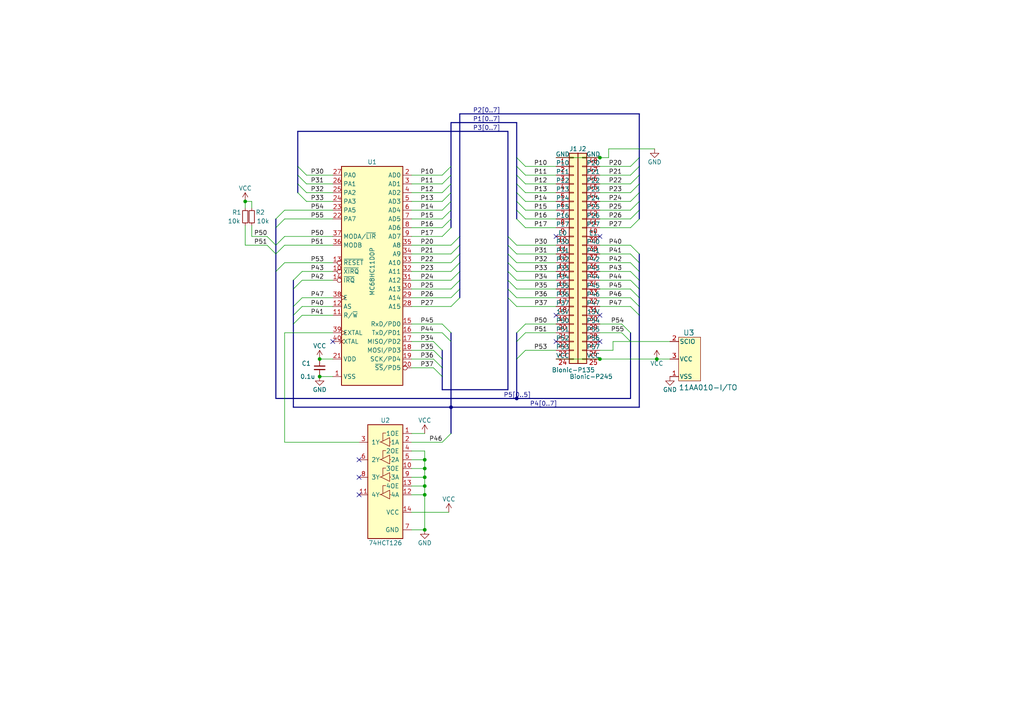
<source format=kicad_sch>
(kicad_sch (version 20230121) (generator eeschema)
  (paper "A4")
  (title_block (title "BionicMC68HC11D") (date "2022-01-18") (rev "3") (company "Tadashi G. Takaoka"))
  (lib_symbols
    (symbol "0-LocalLibrary:11AA010-I_TO" (pin_names (offset 0.254))
      (property "Reference" "U" (at 2.54 1.27 0))
      (property "Value" "11AA010-I/TO" (at 3.81 -13.97 0))
      (symbol "11AA010-I_TO_1_1"
        (rectangle (start 0 0) (end 6.35 -12.7) (fill (type background)))
        (pin power_in line (at -2.54 -11.43 0) (length 2.54) (name "VSS") (number "1"))
        (pin bidirectional line (at -2.54 -1.27 0) (length 2.54) (name "SCIO") (number "2"))
        (pin power_in line (at -2.54 -6.35 0) (length 2.54) (name "VCC") (number "3"))
      )
    )
    (symbol "0-LocalLibrary:74HCT126" (pin_names (offset 1.016))
      (property "Reference" "U" (at 0 16.51 0))
      (property "Value" "74HCT126" (at 0 -19.05 0))
      (symbol "74HCT126_0_1"
        (polyline (pts (xy -1.2954 10.2108) (xy -1.6002 10.2108)))
        (polyline (pts (xy 1.2954 10.2362) (xy 1.651 10.2362)))
        (polyline (pts (xy 0.7112 10.5664) (xy 0.7112 12.827) (xy -0.127 12.827) (xy -0.1016 12.827)))
      )
      (symbol "74HCT126_1_0"
        (polyline (pts (xy 1.27 10.2362) (xy -1.27 11.5062) (xy -1.27 8.9662) (xy 1.27 10.2362)) (stroke (width 0.1524)))
        (pin input line (at -7.62 12.7 0) (length 2.54) (name "1OE") (number "1"))
        (pin input line (at -7.62 2.54 0) (length 2.54) (name "3OE") (number "10"))
        (pin tri_state line (at 7.62 -5.08 180) (length 2.54) (name "4Y") (number "11"))
        (pin input line (at -7.62 -5.08 0) (length 2.54) (name "4A") (number "12"))
        (pin input line (at -7.62 -2.54 0) (length 2.54) (name "4OE") (number "13"))
        (pin power_in line (at -7.62 -10.16 0) (length 2.54) (name "VCC") (number "14"))
        (pin input line (at -7.62 10.16 0) (length 2.54) (name "1A") (number "2"))
        (pin tri_state line (at 7.62 10.16 180) (length 2.54) (name "1Y") (number "3"))
        (pin input line (at -7.62 7.62 0) (length 2.54) (name "2OE") (number "4"))
        (pin input line (at -7.62 5.08 0) (length 2.54) (name "2A") (number "5"))
        (pin tri_state line (at 7.62 5.08 180) (length 2.54) (name "2Y") (number "6"))
        (pin power_in line (at -7.62 -15.24 0) (length 2.54) (name "GND") (number "7"))
        (pin tri_state line (at 7.62 0 180) (length 2.54) (name "3Y") (number "8"))
        (pin input line (at -7.62 0 0) (length 2.54) (name "3A") (number "9"))
      )
      (symbol "74HCT126_1_1"
        (rectangle (start -5.08 15.24) (end 5.08 -17.78) (stroke (width 0.254)) (fill (type background)))
        (polyline (pts (xy -1.2954 -5.0292) (xy -1.6002 -5.0292)))
        (polyline (pts (xy -1.2954 0.0508) (xy -1.6002 0.0508)))
        (polyline (pts (xy -1.2954 5.1308) (xy -1.6002 5.1308)))
        (polyline (pts (xy 1.2954 -5.0038) (xy 1.651 -5.0038)))
        (polyline (pts (xy 1.2954 0.0762) (xy 1.651 0.0762)))
        (polyline (pts (xy 1.2954 5.1562) (xy 1.651 5.1562)))
        (polyline (pts (xy 0.7112 -4.6736) (xy 0.7112 -2.413) (xy -0.127 -2.413) (xy -0.1016 -2.413)))
        (polyline (pts (xy 0.7112 0.4064) (xy 0.7112 2.667) (xy -0.127 2.667) (xy -0.1016 2.667)))
        (polyline (pts (xy 0.7112 5.4864) (xy 0.7112 7.747) (xy -0.127 7.747) (xy -0.1016 7.747)))
        (polyline (pts (xy 1.27 -5.0038) (xy -1.27 -3.7338) (xy -1.27 -6.2738) (xy 1.27 -5.0038)) (stroke (width 0.1524)))
        (polyline (pts (xy 1.27 0.0762) (xy -1.27 1.3462) (xy -1.27 -1.1938) (xy 1.27 0.0762)) (stroke (width 0.1524)))
        (polyline (pts (xy 1.27 5.1562) (xy -1.27 6.4262) (xy -1.27 3.8862) (xy 1.27 5.1562)) (stroke (width 0.1524)))
      )
    )
    (symbol "0-LocalLibrary:Bionic-P135" (pin_names (offset 0))
      (property "Reference" "J" (at 0 30.48 0))
      (property "Value" "Bionic-P135" (at -1.27 -33.02 0))
      (symbol "Bionic-P135_1_1"
        (rectangle (start -1.27 -30.353) (end 0 -30.607) (stroke (width 0.1524)))
        (rectangle (start -1.27 -27.813) (end 0 -28.067) (stroke (width 0.1524)))
        (rectangle (start -1.27 -25.273) (end 0 -25.527) (stroke (width 0.1524)))
        (rectangle (start -1.27 -22.733) (end 0 -22.987) (stroke (width 0.1524)))
        (rectangle (start -1.27 -20.193) (end 0 -20.447) (stroke (width 0.1524)))
        (rectangle (start -1.27 -17.653) (end 0 -17.907) (stroke (width 0.1524)))
        (rectangle (start -1.27 -15.113) (end 0 -15.367) (stroke (width 0.1524)))
        (rectangle (start -1.27 -12.573) (end 0 -12.827) (stroke (width 0.1524)))
        (rectangle (start -1.27 -10.033) (end 0 -10.287) (stroke (width 0.1524)))
        (rectangle (start -1.27 -7.493) (end 0 -7.747) (stroke (width 0.1524)))
        (rectangle (start -1.27 -4.953) (end 0 -5.207) (stroke (width 0.1524)))
        (rectangle (start -1.27 -2.413) (end 0 -2.667) (stroke (width 0.1524)))
        (rectangle (start -1.27 0.127) (end 0 -0.127) (stroke (width 0.1524)))
        (rectangle (start -1.27 2.667) (end 0 2.413) (stroke (width 0.1524)))
        (rectangle (start -1.27 5.207) (end 0 4.953) (stroke (width 0.1524)))
        (rectangle (start -1.27 7.747) (end 0 7.493) (stroke (width 0.1524)))
        (rectangle (start -1.27 10.287) (end 0 10.033) (stroke (width 0.1524)))
        (rectangle (start -1.27 12.827) (end 0 12.573) (stroke (width 0.1524)))
        (rectangle (start -1.27 15.367) (end 0 15.113) (stroke (width 0.1524)))
        (rectangle (start -1.27 17.907) (end 0 17.653) (stroke (width 0.1524)))
        (rectangle (start -1.27 20.447) (end 0 20.193) (stroke (width 0.1524)))
        (rectangle (start -1.27 22.987) (end 0 22.733) (stroke (width 0.1524)))
        (rectangle (start -1.27 25.527) (end 0 25.273) (stroke (width 0.1524)))
        (rectangle (start -1.27 28.067) (end 0 27.813) (stroke (width 0.1524)))
        (rectangle (start -1.27 29.21) (end 1.27 -31.75) (stroke (width 0.254)) (fill (type background)))
        (pin power_out line (at -5.08 27.94 0) (length 3.81) (name "GND") (number "1"))
        (pin bidirectional line (at -5.08 5.08 0) (length 3.81) (name "E0") (number "10"))
        (pin bidirectional line (at -5.08 2.54 0) (length 3.81) (name "P30") (number "11"))
        (pin bidirectional line (at -5.08 0 0) (length 3.81) (name "P31") (number "12"))
        (pin bidirectional line (at -5.08 -2.54 0) (length 3.81) (name "P32") (number "13"))
        (pin bidirectional line (at -5.08 -5.08 0) (length 3.81) (name "P33") (number "14"))
        (pin bidirectional line (at -5.08 -7.62 0) (length 3.81) (name "P34") (number "15"))
        (pin bidirectional line (at -5.08 -10.16 0) (length 3.81) (name "P35") (number "16"))
        (pin bidirectional line (at -5.08 -12.7 0) (length 3.81) (name "P36") (number "17"))
        (pin bidirectional line (at -5.08 -15.24 0) (length 3.81) (name "P37") (number "18"))
        (pin power_out line (at -5.08 -17.78 0) (length 3.81) (name "15V") (number "19"))
        (pin bidirectional line (at -5.08 25.4 0) (length 3.81) (name "P10") (number "2"))
        (pin bidirectional line (at -5.08 -20.32 0) (length 3.81) (name "P50") (number "20"))
        (pin bidirectional line (at -5.08 -22.86 0) (length 3.81) (name "P51") (number "21"))
        (pin bidirectional line (at -5.08 -25.4 0) (length 3.81) (name "P52") (number "22"))
        (pin bidirectional line (at -5.08 -27.94 0) (length 3.81) (name "P53") (number "23"))
        (pin power_out line (at -5.08 -30.48 0) (length 3.81) (name "VCC") (number "24"))
        (pin bidirectional line (at -5.08 22.86 0) (length 3.81) (name "P11") (number "3"))
        (pin bidirectional line (at -5.08 20.32 0) (length 3.81) (name "P12") (number "4"))
        (pin bidirectional line (at -5.08 17.78 0) (length 3.81) (name "P13") (number "5"))
        (pin bidirectional line (at -5.08 15.24 0) (length 3.81) (name "P14") (number "6"))
        (pin bidirectional line (at -5.08 12.7 0) (length 3.81) (name "P15") (number "7"))
        (pin bidirectional line (at -5.08 10.16 0) (length 3.81) (name "P16") (number "8"))
        (pin bidirectional line (at -5.08 7.62 0) (length 3.81) (name "P17") (number "9"))
      )
    )
    (symbol "0-LocalLibrary:Bionic-P245" (pin_names (offset 0))
      (property "Reference" "J" (at -3.81 30.48 0))
      (property "Value" "Bionic-P245" (at -1.27 -33.02 0))
      (symbol "Bionic-P245_1_1"
        (rectangle (start -5.08 -31.75) (end -2.54 29.21) (stroke (width 0.254)) (fill (type background)))
        (rectangle (start -3.81 -30.607) (end -2.54 -30.353) (stroke (width 0.1524)))
        (rectangle (start -3.81 -28.067) (end -2.54 -27.813) (stroke (width 0.1524)))
        (rectangle (start -3.81 -25.527) (end -2.54 -25.273) (stroke (width 0.1524)))
        (rectangle (start -3.81 -22.987) (end -2.54 -22.733) (stroke (width 0.1524)))
        (rectangle (start -3.81 -20.447) (end -2.54 -20.193) (stroke (width 0.1524)))
        (rectangle (start -3.81 -17.907) (end -2.54 -17.653) (stroke (width 0.1524)))
        (rectangle (start -3.81 -15.367) (end -2.54 -15.113) (stroke (width 0.1524)))
        (rectangle (start -3.81 -12.827) (end -2.54 -12.573) (stroke (width 0.1524)))
        (rectangle (start -3.81 -10.287) (end -2.54 -10.033) (stroke (width 0.1524)))
        (rectangle (start -3.81 -7.747) (end -2.54 -7.493) (stroke (width 0.1524)))
        (rectangle (start -3.81 -5.207) (end -2.54 -4.953) (stroke (width 0.1524)))
        (rectangle (start -3.81 -2.667) (end -2.54 -2.413) (stroke (width 0.1524)))
        (rectangle (start -3.81 -0.127) (end -2.54 0.127) (stroke (width 0.1524)))
        (rectangle (start -3.81 2.413) (end -2.54 2.667) (stroke (width 0.1524)))
        (rectangle (start -3.81 4.953) (end -2.54 5.207) (stroke (width 0.1524)))
        (rectangle (start -3.81 7.493) (end -2.54 7.747) (stroke (width 0.1524)))
        (rectangle (start -3.81 10.033) (end -2.54 10.287) (stroke (width 0.1524)))
        (rectangle (start -3.81 12.573) (end -2.54 12.827) (stroke (width 0.1524)))
        (rectangle (start -3.81 15.113) (end -2.54 15.367) (stroke (width 0.1524)))
        (rectangle (start -3.81 17.653) (end -2.54 17.907) (stroke (width 0.1524)))
        (rectangle (start -3.81 20.193) (end -2.54 20.447) (stroke (width 0.1524)))
        (rectangle (start -3.81 22.733) (end -2.54 22.987) (stroke (width 0.1524)))
        (rectangle (start -3.81 25.273) (end -2.54 25.527) (stroke (width 0.1524)))
        (rectangle (start -3.81 27.813) (end -2.54 28.067) (stroke (width 0.1524)))
        (pin power_in line (at 1.27 -30.48 180) (length 3.81) (name "VCC") (number "25"))
        (pin bidirectional line (at 1.27 -27.94 180) (length 3.81) (name "P57") (number "26"))
        (pin bidirectional line (at 1.27 -25.4 180) (length 3.81) (name "P56") (number "27"))
        (pin bidirectional line (at 1.27 -22.86 180) (length 3.81) (name "P55") (number "28"))
        (pin bidirectional line (at 1.27 -20.32 180) (length 3.81) (name "P54") (number "29"))
        (pin power_in line (at 1.27 -17.78 180) (length 3.81) (name "15V") (number "30"))
        (pin bidirectional line (at 1.27 -15.24 180) (length 3.81) (name "P47") (number "31"))
        (pin bidirectional line (at 1.27 -12.7 180) (length 3.81) (name "P46") (number "32"))
        (pin bidirectional line (at 1.27 -10.16 180) (length 3.81) (name "P45") (number "33"))
        (pin bidirectional line (at 1.27 -7.62 180) (length 3.81) (name "P44") (number "34"))
        (pin bidirectional line (at 1.27 -5.08 180) (length 3.81) (name "P43") (number "35"))
        (pin bidirectional line (at 1.27 -2.54 180) (length 3.81) (name "P42") (number "36"))
        (pin bidirectional line (at 1.27 0 180) (length 3.81) (name "P41") (number "37"))
        (pin bidirectional line (at 1.27 2.54 180) (length 3.81) (name "P40") (number "38"))
        (pin bidirectional line (at 1.27 5.08 180) (length 3.81) (name "E1") (number "39"))
        (pin bidirectional line (at 1.27 7.62 180) (length 3.81) (name "P27") (number "40"))
        (pin bidirectional line (at 1.27 10.16 180) (length 3.81) (name "P26") (number "41"))
        (pin bidirectional line (at 1.27 12.7 180) (length 3.81) (name "P25") (number "42"))
        (pin bidirectional line (at 1.27 15.24 180) (length 3.81) (name "P24") (number "43"))
        (pin bidirectional line (at 1.27 17.78 180) (length 3.81) (name "P23") (number "44"))
        (pin bidirectional line (at 1.27 20.32 180) (length 3.81) (name "P22") (number "45"))
        (pin bidirectional line (at 1.27 22.86 180) (length 3.81) (name "P21") (number "46"))
        (pin bidirectional line (at 1.27 25.4 180) (length 3.81) (name "P20") (number "47"))
        (pin power_in line (at 1.27 27.94 180) (length 3.81) (name "GND") (number "48"))
      )
    )
    (symbol "0-LocalLibrary:MC68HC11D0P"
      (property "Reference" "U" (at -1.27 31.75 0))
      (property "Value" "MC68HC11D0P" (at 0 -8.89 90))
      (symbol "MC68HC11D0P_0_1"
        (rectangle (start -8.89 -33.02) (end 8.89 30.48) (stroke (width 0.254)) (fill (type background)))
      )
      (symbol "MC68HC11D0P_1_1"
        (pin power_in line (at -11.43 -30.48 0) (length 2.54) (name "VSS") (number "1"))
        (pin input inverted (at -11.43 0 0) (length 2.54) (name "~{XIRQ}") (number "10"))
        (pin output line (at -11.43 -12.7 0) (length 2.54) (name "R/~{W}") (number "11"))
        (pin output line (at -11.43 -10.16 0) (length 2.54) (name "AS") (number "12"))
        (pin bidirectional inverted (at -11.43 2.54 0) (length 2.54) (name "~{RESET}") (number "13"))
        (pin input inverted (at -11.43 -2.54 0) (length 2.54) (name "~{IRQ}") (number "14"))
        (pin input line (at 11.43 -15.24 180) (length 2.54) (name "RxD/PD0") (number "15"))
        (pin output line (at 11.43 -17.78 180) (length 2.54) (name "TxD/PD1") (number "16"))
        (pin input line (at 11.43 -20.32 180) (length 2.54) (name "MISO/PD2") (number "17"))
        (pin output line (at 11.43 -22.86 180) (length 2.54) (name "MOSI/PD3") (number "18"))
        (pin output line (at 11.43 -25.4 180) (length 2.54) (name "SCK/PD4") (number "19"))
        (pin bidirectional line (at 11.43 27.94 180) (length 2.54) (name "AD0") (number "2"))
        (pin output inverted (at 11.43 -27.94 180) (length 2.54) (name "~{SS}/PD5") (number "20"))
        (pin power_in line (at -11.43 -25.4 0) (length 2.54) (name "VDD") (number "21"))
        (pin bidirectional line (at -11.43 15.24 0) (length 2.54) (name "PA7") (number "22"))
        (pin bidirectional line (at -11.43 17.78 0) (length 2.54) (name "PA5") (number "23"))
        (pin bidirectional line (at -11.43 20.32 0) (length 2.54) (name "PA3") (number "24"))
        (pin bidirectional line (at -11.43 22.86 0) (length 2.54) (name "PA2") (number "25"))
        (pin bidirectional line (at -11.43 25.4 0) (length 2.54) (name "PA1") (number "26"))
        (pin bidirectional line (at -11.43 27.94 0) (length 2.54) (name "PA0") (number "27"))
        (pin output line (at 11.43 -10.16 180) (length 2.54) (name "A15") (number "28"))
        (pin output line (at 11.43 -7.62 180) (length 2.54) (name "A14") (number "29"))
        (pin bidirectional line (at 11.43 25.4 180) (length 2.54) (name "AD1") (number "3"))
        (pin output line (at 11.43 -5.08 180) (length 2.54) (name "A13") (number "30"))
        (pin output line (at 11.43 -2.54 180) (length 2.54) (name "A12") (number "31"))
        (pin output line (at 11.43 0 180) (length 2.54) (name "A11") (number "32"))
        (pin output line (at 11.43 2.54 180) (length 2.54) (name "A10") (number "33"))
        (pin output line (at 11.43 5.08 180) (length 2.54) (name "A9") (number "34"))
        (pin output line (at 11.43 7.62 180) (length 2.54) (name "A8") (number "35"))
        (pin input line (at -11.43 7.62 0) (length 2.54) (name "MODB") (number "36"))
        (pin bidirectional line (at -11.43 10.16 0) (length 2.54) (name "MODA/~{LIR}") (number "37"))
        (pin output clock (at -11.43 -7.62 0) (length 2.54) (name "E") (number "38"))
        (pin input clock (at -11.43 -17.78 0) (length 2.54) (name "EXTAL") (number "39"))
        (pin bidirectional line (at 11.43 22.86 180) (length 2.54) (name "AD2") (number "4"))
        (pin output non_logic (at -11.43 -20.32 0) (length 2.54) (name "XTAL") (number "40"))
        (pin bidirectional line (at 11.43 20.32 180) (length 2.54) (name "AD3") (number "5"))
        (pin bidirectional line (at 11.43 17.78 180) (length 2.54) (name "AD4") (number "6"))
        (pin bidirectional line (at 11.43 15.24 180) (length 2.54) (name "AD5") (number "7"))
        (pin bidirectional line (at 11.43 12.7 180) (length 2.54) (name "AD6") (number "8"))
        (pin bidirectional line (at 11.43 10.16 180) (length 2.54) (name "AD7") (number "9"))
      )
    )
    (symbol "Device:C_Small" (pin_numbers hide) (pin_names (offset 0.254) hide)
      (property "Reference" "C" (at 0.254 1.778 0))
      (property "Value" "C_Small" (at 0.254 -2.032 0))
      (symbol "C_Small_0_1"
        (polyline (pts (xy -1.524 -0.508) (xy 1.524 -0.508)) (stroke (width 0.3302)))
        (polyline (pts (xy -1.524 0.508) (xy 1.524 0.508)) (stroke (width 0.3048)))
      )
      (symbol "C_Small_1_1"
        (pin passive line (at 0 2.54 270) (length 2.032) (name "~") (number "1"))
        (pin passive line (at 0 -2.54 90) (length 2.032) (name "~") (number "2"))
      )
    )
    (symbol "Device:R_Small" (pin_numbers hide) (pin_names (offset 0.254) hide)
      (property "Reference" "R" (at 0.762 0.508 0))
      (property "Value" "R_Small" (at 0.762 -1.016 0))
      (symbol "R_Small_0_1"
        (rectangle (start -0.762 1.778) (end 0.762 -1.778) (stroke (width 0.2032)))
      )
      (symbol "R_Small_1_1"
        (pin passive line (at 0 2.54 270) (length 0.762) (name "~") (number "1"))
        (pin passive line (at 0 -2.54 90) (length 0.762) (name "~") (number "2"))
      )
    )
    (symbol "power:GND" (power) (pin_names (offset 0))
      (property "Value" "GND" (at 0 -3.81 0))
      (symbol "GND_0_1"
        (polyline (pts (xy 0 0) (xy 0 -1.27) (xy 1.27 -1.27) (xy 0 -2.54) (xy -1.27 -1.27) (xy 0 -1.27)))
      )
      (symbol "GND_1_1"
        (pin power_in line (at 0 0 270) (length 0) hide (name "GND") (number "1"))
      )
    )
    (symbol "power:VCC" (power) (pin_names (offset 0))
      (property "Value" "VCC" (at 0 3.81 0))
      (symbol "VCC_0_1"
        (polyline (pts (xy -0.762 1.27) (xy 0 2.54)))
        (polyline (pts (xy 0 0) (xy 0 2.54)))
        (polyline (pts (xy 0 2.54) (xy 0.762 1.27)))
      )
      (symbol "VCC_1_1"
        (pin power_in line (at 0 0 90) (length 0) hide (name "VCC") (number "1"))
      )
    )
  )
  (junction (at 92.71 109.22))
  (junction (at 92.71 104.14))
  (junction (at 123.19 143.51))
  (junction (at 71.12 58.42))
  (junction (at 123.19 140.97))
  (junction (at 123.19 138.43))
  (junction (at 123.19 153.67))
  (junction (at 190.5 104.14))
  (junction (at 123.19 133.35))
  (junction (at 173.99 45.72))
  (junction (at 123.19 135.89))
  (junction (at 149.86 115.57))
  (junction (at 173.99 104.14))
  (junction (at 130.81 118.11))
  (no_connect (at 96.52 99.06))
  (no_connect (at 104.14 143.51))
  (no_connect (at 161.29 99.06))
  (no_connect (at 161.29 68.58))
  (no_connect (at 104.14 138.43))
  (no_connect (at 104.14 133.35))
  (no_connect (at 173.99 68.58))
  (no_connect (at 173.99 91.44))
  (no_connect (at 173.99 99.06))
  (no_connect (at 161.29 91.44))
  (bus_entry (at 128.27 60.96) (size 2.54 -2.54))
  (bus_entry (at 185.42 63.5) (size -2.54 2.54))
  (bus_entry (at 128.27 53.34) (size 2.54 -2.54))
  (bus_entry (at 182.88 86.36) (size 2.54 2.54))
  (bus_entry (at 128.27 68.58) (size 2.54 -2.54))
  (bus_entry (at 152.4 58.42) (size -2.54 -2.54))
  (bus_entry (at 85.09 91.44) (size 2.54 -2.54))
  (bus_entry (at 152.4 101.6) (size -2.54 2.54))
  (bus_entry (at 185.42 45.72) (size -2.54 2.54))
  (bus_entry (at 133.35 81.28) (size -2.54 2.54))
  (bus_entry (at 147.32 68.58) (size 2.54 2.54))
  (bus_entry (at 85.09 81.28) (size 2.54 -2.54))
  (bus_entry (at 125.73 106.68) (size 2.54 2.54))
  (bus_entry (at 180.34 96.52) (size 2.54 2.54))
  (bus_entry (at 128.27 55.88) (size 2.54 -2.54))
  (bus_entry (at 133.35 78.74) (size -2.54 2.54))
  (bus_entry (at 86.36 48.26) (size 2.54 2.54))
  (bus_entry (at 152.4 93.98) (size -2.54 2.54))
  (bus_entry (at 182.88 76.2) (size 2.54 2.54))
  (bus_entry (at 86.36 55.88) (size 2.54 2.54))
  (bus_entry (at 147.32 71.12) (size 2.54 2.54))
  (bus_entry (at 80.01 73.66) (size 2.54 -2.54))
  (bus_entry (at 182.88 78.74) (size 2.54 2.54))
  (bus_entry (at 125.73 104.14) (size 2.54 2.54))
  (bus_entry (at 133.35 68.58) (size -2.54 2.54))
  (bus_entry (at 147.32 86.36) (size 2.54 2.54))
  (bus_entry (at 82.55 60.96) (size -2.54 2.54))
  (bus_entry (at 86.36 53.34) (size 2.54 2.54))
  (bus_entry (at 180.34 93.98) (size 2.54 2.54))
  (bus_entry (at 85.09 83.82) (size 2.54 -2.54))
  (bus_entry (at 147.32 78.74) (size 2.54 2.54))
  (bus_entry (at 152.4 48.26) (size -2.54 -2.54))
  (bus_entry (at 182.88 81.28) (size 2.54 2.54))
  (bus_entry (at 152.4 53.34) (size -2.54 -2.54))
  (bus_entry (at 130.81 125.73) (size -2.54 2.54))
  (bus_entry (at 133.35 83.82) (size -2.54 2.54))
  (bus_entry (at 152.4 55.88) (size -2.54 -2.54))
  (bus_entry (at 147.32 73.66) (size 2.54 2.54))
  (bus_entry (at 128.27 96.52) (size 2.54 2.54))
  (bus_entry (at 182.88 71.12) (size 2.54 2.54))
  (bus_entry (at 152.4 60.96) (size -2.54 -2.54))
  (bus_entry (at 85.09 93.98) (size 2.54 -2.54))
  (bus_entry (at 185.42 50.8) (size -2.54 2.54))
  (bus_entry (at 86.36 50.8) (size 2.54 2.54))
  (bus_entry (at 125.73 101.6) (size 2.54 2.54))
  (bus_entry (at 80.01 78.74) (size 2.54 -2.54))
  (bus_entry (at 182.88 88.9) (size 2.54 2.54))
  (bus_entry (at 77.47 68.58) (size 2.54 2.54))
  (bus_entry (at 133.35 71.12) (size -2.54 2.54))
  (bus_entry (at 128.27 63.5) (size 2.54 -2.54))
  (bus_entry (at 80.01 71.12) (size 2.54 -2.54))
  (bus_entry (at 152.4 66.04) (size -2.54 -2.54))
  (bus_entry (at 152.4 63.5) (size -2.54 -2.54))
  (bus_entry (at 128.27 66.04) (size 2.54 -2.54))
  (bus_entry (at 182.88 83.82) (size 2.54 2.54))
  (bus_entry (at 182.88 73.66) (size 2.54 2.54))
  (bus_entry (at 133.35 86.36) (size -2.54 2.54))
  (bus_entry (at 128.27 50.8) (size 2.54 -2.54))
  (bus_entry (at 82.55 63.5) (size -2.54 2.54))
  (bus_entry (at 133.35 73.66) (size -2.54 2.54))
  (bus_entry (at 77.47 71.12) (size 2.54 2.54))
  (bus_entry (at 125.73 99.06) (size 2.54 2.54))
  (bus_entry (at 152.4 50.8) (size -2.54 -2.54))
  (bus_entry (at 85.09 88.9) (size 2.54 -2.54))
  (bus_entry (at 133.35 76.2) (size -2.54 2.54))
  (bus_entry (at 185.42 58.42) (size -2.54 2.54))
  (bus_entry (at 185.42 53.34) (size -2.54 2.54))
  (bus_entry (at 185.42 55.88) (size -2.54 2.54))
  (bus_entry (at 147.32 83.82) (size 2.54 2.54))
  (bus_entry (at 128.27 93.98) (size 2.54 2.54))
  (bus_entry (at 128.27 58.42) (size 2.54 -2.54))
  (bus_entry (at 147.32 76.2) (size 2.54 2.54))
  (bus_entry (at 152.4 96.52) (size -2.54 2.54))
  (bus_entry (at 185.42 60.96) (size -2.54 2.54))
  (bus_entry (at 147.32 81.28) (size 2.54 2.54))
  (bus_entry (at 185.42 48.26) (size -2.54 2.54))
  (bus (pts (xy 185.42 81.28) (xy 185.42 83.82)))
  (bus (pts (xy 86.36 38.1) (xy 86.36 48.26)))
  (wire (pts (xy 119.38 71.12) (xy 130.81 71.12)))
  (bus (pts (xy 185.42 50.8) (xy 185.42 53.34)))
  (bus (pts (xy 149.86 58.42) (xy 149.86 60.96)))
  (bus (pts (xy 185.42 83.82) (xy 185.42 86.36)))
  (wire (pts (xy 161.29 93.98) (xy 152.4 93.98)))
  (wire (pts (xy 119.38 143.51) (xy 123.19 143.51)))
  (bus (pts (xy 80.01 78.74) (xy 80.01 115.57)))
  (wire (pts (xy 173.99 78.74) (xy 182.88 78.74)))
  (wire (pts (xy 173.99 50.8) (xy 182.88 50.8)))
  (wire (pts (xy 82.55 71.12) (xy 96.52 71.12)))
  (wire (pts (xy 161.29 55.88) (xy 152.4 55.88)))
  (wire (pts (xy 177.8 101.6) (xy 177.8 99.06)))
  (wire (pts (xy 176.53 45.72) (xy 176.53 43.18)))
  (bus (pts (xy 130.81 48.26) (xy 130.81 50.8)))
  (wire (pts (xy 71.12 58.42) (xy 73.025 58.42)))
  (wire (pts (xy 119.38 96.52) (xy 128.27 96.52)))
  (bus (pts (xy 128.27 109.22) (xy 128.27 113.03)))
  (bus (pts (xy 130.81 63.5) (xy 130.81 66.04)))
  (wire (pts (xy 161.29 58.42) (xy 152.4 58.42)))
  (wire (pts (xy 82.55 63.5) (xy 96.52 63.5)))
  (bus (pts (xy 130.81 55.88) (xy 130.81 58.42)))
  (wire (pts (xy 119.38 86.36) (xy 130.81 86.36)))
  (wire (pts (xy 119.38 55.88) (xy 128.27 55.88)))
  (bus (pts (xy 182.88 99.06) (xy 182.88 115.57)))
  (wire (pts (xy 87.63 88.9) (xy 96.52 88.9)))
  (bus (pts (xy 128.27 104.14) (xy 128.27 106.68)))
  (wire (pts (xy 173.99 73.66) (xy 182.88 73.66)))
  (bus (pts (xy 149.86 55.88) (xy 149.86 58.42)))
  (bus (pts (xy 130.81 58.42) (xy 130.81 60.96)))
  (wire (pts (xy 173.99 53.34) (xy 182.88 53.34)))
  (wire (pts (xy 123.19 143.51) (xy 123.19 153.67)))
  (bus (pts (xy 185.42 58.42) (xy 185.42 60.96)))
  (wire (pts (xy 123.19 135.89) (xy 123.19 138.43)))
  (bus (pts (xy 185.42 48.26) (xy 185.42 50.8)))
  (bus (pts (xy 133.35 71.12) (xy 133.35 73.66)))
  (bus (pts (xy 86.36 50.8) (xy 86.36 53.34)))
  (wire (pts (xy 173.99 101.6) (xy 177.8 101.6)))
  (wire (pts (xy 173.99 66.04) (xy 182.88 66.04)))
  (wire (pts (xy 161.29 66.04) (xy 152.4 66.04)))
  (wire (pts (xy 119.38 125.73) (xy 123.19 125.73)))
  (wire (pts (xy 173.99 93.98) (xy 180.34 93.98)))
  (wire (pts (xy 161.29 63.5) (xy 152.4 63.5)))
  (wire (pts (xy 161.29 50.8) (xy 152.4 50.8)))
  (bus (pts (xy 185.42 118.11) (xy 130.81 118.11)))
  (bus (pts (xy 149.86 96.52) (xy 149.86 99.06)))
  (bus (pts (xy 80.01 73.66) (xy 80.01 78.74)))
  (wire (pts (xy 190.5 104.14) (xy 194.31 104.14)))
  (bus (pts (xy 147.32 38.1) (xy 86.36 38.1)))
  (bus (pts (xy 80.01 115.57) (xy 149.86 115.57)))
  (wire (pts (xy 87.63 86.36) (xy 96.52 86.36)))
  (wire (pts (xy 119.38 88.9) (xy 130.81 88.9)))
  (wire (pts (xy 161.29 96.52) (xy 152.4 96.52)))
  (wire (pts (xy 82.55 76.2) (xy 96.52 76.2)))
  (bus (pts (xy 147.32 86.36) (xy 147.32 83.82)))
  (wire (pts (xy 173.99 83.82) (xy 182.88 83.82)))
  (wire (pts (xy 82.55 68.58) (xy 96.52 68.58)))
  (bus (pts (xy 86.36 48.26) (xy 86.36 50.8)))
  (wire (pts (xy 161.29 48.26) (xy 152.4 48.26)))
  (bus (pts (xy 80.01 63.5) (xy 80.01 66.04)))
  (wire (pts (xy 119.38 66.04) (xy 128.27 66.04)))
  (wire (pts (xy 119.38 99.06) (xy 125.73 99.06)))
  (bus (pts (xy 133.35 33.02) (xy 133.35 68.58)))
  (bus (pts (xy 133.35 81.28) (xy 133.35 83.82)))
  (bus (pts (xy 80.01 66.04) (xy 80.01 71.12)))
  (bus (pts (xy 149.86 45.72) (xy 149.86 48.26)))
  (wire (pts (xy 87.63 81.28) (xy 96.52 81.28)))
  (bus (pts (xy 185.42 91.44) (xy 185.42 118.11)))
  (bus (pts (xy 147.32 76.2) (xy 147.32 73.66)))
  (wire (pts (xy 119.38 101.6) (xy 125.73 101.6)))
  (bus (pts (xy 182.88 115.57) (xy 149.86 115.57)))
  (bus (pts (xy 182.88 96.52) (xy 182.88 99.06)))
  (wire (pts (xy 123.19 133.35) (xy 123.19 135.89)))
  (bus (pts (xy 85.09 88.9) (xy 85.09 91.44)))
  (wire (pts (xy 149.86 88.9) (xy 161.29 88.9)))
  (wire (pts (xy 173.99 86.36) (xy 182.88 86.36)))
  (bus (pts (xy 147.32 68.58) (xy 147.32 38.1)))
  (bus (pts (xy 149.86 99.06) (xy 149.86 104.14)))
  (wire (pts (xy 119.38 106.68) (xy 125.73 106.68)))
  (bus (pts (xy 185.42 60.96) (xy 185.42 63.5)))
  (bus (pts (xy 80.01 71.12) (xy 80.01 73.66)))
  (wire (pts (xy 176.53 43.18) (xy 189.865 43.18)))
  (bus (pts (xy 185.42 76.2) (xy 185.42 78.74)))
  (wire (pts (xy 152.4 101.6) (xy 161.29 101.6)))
  (wire (pts (xy 149.86 73.66) (xy 161.29 73.66)))
  (bus (pts (xy 147.32 81.28) (xy 147.32 78.74)))
  (bus (pts (xy 147.32 78.74) (xy 147.32 76.2)))
  (wire (pts (xy 119.38 63.5) (xy 128.27 63.5)))
  (wire (pts (xy 92.71 104.14) (xy 96.52 104.14)))
  (wire (pts (xy 71.12 60.325) (xy 71.12 58.42)))
  (wire (pts (xy 119.38 81.28) (xy 130.81 81.28)))
  (wire (pts (xy 71.12 65.405) (xy 71.12 71.12)))
  (wire (pts (xy 123.19 140.97) (xy 123.19 143.51)))
  (wire (pts (xy 119.38 68.58) (xy 128.27 68.58)))
  (wire (pts (xy 73.025 65.405) (xy 73.025 68.58)))
  (bus (pts (xy 130.81 35.56) (xy 130.81 48.26)))
  (wire (pts (xy 149.86 78.74) (xy 161.29 78.74)))
  (wire (pts (xy 173.99 48.26) (xy 182.88 48.26)))
  (wire (pts (xy 119.38 53.34) (xy 128.27 53.34)))
  (wire (pts (xy 82.55 96.52) (xy 82.55 128.27)))
  (wire (pts (xy 149.86 86.36) (xy 161.29 86.36)))
  (wire (pts (xy 88.9 58.42) (xy 96.52 58.42)))
  (wire (pts (xy 88.9 53.34) (xy 96.52 53.34)))
  (bus (pts (xy 149.86 48.26) (xy 149.86 50.8)))
  (wire (pts (xy 173.99 63.5) (xy 182.88 63.5)))
  (bus (pts (xy 147.32 71.12) (xy 147.32 68.58)))
  (bus (pts (xy 130.81 35.56) (xy 149.86 35.56)))
  (bus (pts (xy 86.36 53.34) (xy 86.36 55.88)))
  (wire (pts (xy 123.19 130.81) (xy 123.19 133.35)))
  (wire (pts (xy 173.99 60.96) (xy 182.88 60.96)))
  (bus (pts (xy 130.81 60.96) (xy 130.81 63.5)))
  (wire (pts (xy 71.12 71.12) (xy 77.47 71.12)))
  (wire (pts (xy 119.38 60.96) (xy 128.27 60.96)))
  (bus (pts (xy 130.81 96.52) (xy 130.81 99.06)))
  (bus (pts (xy 85.09 83.82) (xy 85.09 88.9)))
  (wire (pts (xy 149.86 71.12) (xy 161.29 71.12)))
  (bus (pts (xy 185.42 88.9) (xy 185.42 91.44)))
  (wire (pts (xy 87.63 78.74) (xy 96.52 78.74)))
  (bus (pts (xy 147.32 73.66) (xy 147.32 71.12)))
  (wire (pts (xy 119.38 58.42) (xy 128.27 58.42)))
  (wire (pts (xy 119.38 50.8) (xy 128.27 50.8)))
  (wire (pts (xy 149.86 76.2) (xy 161.29 76.2)))
  (bus (pts (xy 130.81 99.06) (xy 130.81 118.11)))
  (wire (pts (xy 82.55 128.27) (xy 104.14 128.27)))
  (wire (pts (xy 182.88 99.06) (xy 194.31 99.06)))
  (bus (pts (xy 185.42 55.88) (xy 185.42 58.42)))
  (wire (pts (xy 161.29 45.72) (xy 173.99 45.72)))
  (wire (pts (xy 161.29 53.34) (xy 152.4 53.34)))
  (wire (pts (xy 119.38 83.82) (xy 130.81 83.82)))
  (wire (pts (xy 119.38 73.66) (xy 130.81 73.66)))
  (bus (pts (xy 133.35 76.2) (xy 133.35 78.74)))
  (wire (pts (xy 173.99 81.28) (xy 182.88 81.28)))
  (wire (pts (xy 88.9 55.88) (xy 96.52 55.88)))
  (wire (pts (xy 119.38 104.14) (xy 125.73 104.14)))
  (wire (pts (xy 88.9 50.8) (xy 96.52 50.8)))
  (bus (pts (xy 85.09 93.98) (xy 85.09 118.11)))
  (bus (pts (xy 133.35 83.82) (xy 133.35 86.36)))
  (wire (pts (xy 173.99 45.72) (xy 176.53 45.72)))
  (bus (pts (xy 128.27 106.68) (xy 128.27 109.22)))
  (bus (pts (xy 185.42 73.66) (xy 185.42 76.2)))
  (wire (pts (xy 92.71 109.22) (xy 96.52 109.22)))
  (bus (pts (xy 85.09 81.28) (xy 85.09 83.82)))
  (bus (pts (xy 147.32 83.82) (xy 147.32 81.28)))
  (wire (pts (xy 161.29 60.96) (xy 152.4 60.96)))
  (bus (pts (xy 185.42 33.02) (xy 185.42 45.72)))
  (wire (pts (xy 123.19 138.43) (xy 123.19 140.97)))
  (bus (pts (xy 130.81 118.11) (xy 85.09 118.11)))
  (wire (pts (xy 173.99 96.52) (xy 180.34 96.52)))
  (wire (pts (xy 73.025 68.58) (xy 77.47 68.58)))
  (wire (pts (xy 73.025 58.42) (xy 73.025 60.325)))
  (bus (pts (xy 130.81 53.34) (xy 130.81 55.88)))
  (wire (pts (xy 119.38 135.89) (xy 123.19 135.89)))
  (bus (pts (xy 128.27 101.6) (xy 128.27 104.14)))
  (wire (pts (xy 119.38 148.59) (xy 130.175 148.59)))
  (wire (pts (xy 173.99 76.2) (xy 182.88 76.2)))
  (wire (pts (xy 173.99 71.12) (xy 182.88 71.12)))
  (bus (pts (xy 149.86 53.34) (xy 149.86 55.88)))
  (bus (pts (xy 149.86 35.56) (xy 149.86 45.72)))
  (wire (pts (xy 177.8 99.06) (xy 182.88 99.06)))
  (bus (pts (xy 133.35 68.58) (xy 133.35 71.12)))
  (bus (pts (xy 133.35 78.74) (xy 133.35 81.28)))
  (bus (pts (xy 185.42 86.36) (xy 185.42 88.9)))
  (wire (pts (xy 173.99 58.42) (xy 182.88 58.42)))
  (wire (pts (xy 173.99 55.88) (xy 182.88 55.88)))
  (bus (pts (xy 185.42 45.72) (xy 185.42 48.26)))
  (bus (pts (xy 185.42 78.74) (xy 185.42 81.28)))
  (wire (pts (xy 149.86 81.28) (xy 161.29 81.28)))
  (wire (pts (xy 161.29 104.14) (xy 173.99 104.14)))
  (bus (pts (xy 149.86 50.8) (xy 149.86 53.34)))
  (bus (pts (xy 185.42 53.34) (xy 185.42 55.88)))
  (wire (pts (xy 119.38 133.35) (xy 123.19 133.35)))
  (bus (pts (xy 133.35 33.02) (xy 185.42 33.02)))
  (wire (pts (xy 123.19 153.67) (xy 119.38 153.67)))
  (bus (pts (xy 130.81 118.11) (xy 130.81 125.73)))
  (wire (pts (xy 82.55 96.52) (xy 96.52 96.52)))
  (bus (pts (xy 85.09 91.44) (xy 85.09 93.98)))
  (wire (pts (xy 119.38 130.81) (xy 123.19 130.81)))
  (bus (pts (xy 147.32 113.03) (xy 147.32 86.36)))
  (wire (pts (xy 119.38 93.98) (xy 128.27 93.98)))
  (wire (pts (xy 82.55 60.96) (xy 96.52 60.96)))
  (wire (pts (xy 173.99 104.14) (xy 190.5 104.14)))
  (wire (pts (xy 119.38 138.43) (xy 123.19 138.43)))
  (wire (pts (xy 119.38 140.97) (xy 123.19 140.97)))
  (wire (pts (xy 119.38 76.2) (xy 130.81 76.2)))
  (bus (pts (xy 128.27 113.03) (xy 147.32 113.03)))
  (wire (pts (xy 119.38 78.74) (xy 130.81 78.74)))
  (wire (pts (xy 87.63 91.44) (xy 96.52 91.44)))
  (wire (pts (xy 149.86 83.82) (xy 161.29 83.82)))
  (wire (pts (xy 119.38 128.27) (xy 128.27 128.27)))
  (bus (pts (xy 130.81 50.8) (xy 130.81 53.34)))
  (bus (pts (xy 133.35 73.66) (xy 133.35 76.2)))
  (bus (pts (xy 149.86 104.14) (xy 149.86 115.57)))
  (wire (pts (xy 173.99 88.9) (xy 182.88 88.9)))
  (bus (pts (xy 149.86 60.96) (xy 149.86 63.5)))
  (label "P30" (at 93.98 50.8 180))
  (label "P47" (at 93.98 86.36 180))
  (label "P24" (at 121.92 81.28 0))
  (label "P41" (at 176.53 73.66 0))
  (label "P5[0..5]" (at 146.05 115.57 0))
  (label "P15" (at 121.92 63.5 0))
  (label "P42" (at 176.53 76.2 0))
  (label "P37" (at 121.92 106.68 0))
  (label "P45" (at 176.53 83.82 0))
  (label "P3[0..7]" (at 137.16 38.1 0))
  (label "P37" (at 154.94 88.9 0))
  (label "P27" (at 121.92 88.9 0))
  (label "P40" (at 176.53 71.12 0))
  (label "P26" (at 121.92 86.36 0))
  (label "P10" (at 158.75 48.26 180))
  (label "P34" (at 154.94 81.28 0))
  (label "P14" (at 158.75 58.42 180))
  (label "P14" (at 121.92 60.96 0))
  (label "P11" (at 121.92 53.34 0))
  (label "P21" (at 176.53 50.8 0))
  (label "P12" (at 121.92 55.88 0))
  (label "P13" (at 121.92 58.42 0))
  (label "P25" (at 121.92 83.82 0))
  (label "P26" (at 176.53 63.5 0))
  (label "P24" (at 176.53 58.42 0))
  (label "P46" (at 124.46 128.27 0))
  (label "P21" (at 121.92 73.66 0))
  (label "P33" (at 93.98 58.42 180))
  (label "P53" (at 158.75 101.6 180))
  (label "P1[0..7]" (at 137.16 35.56 0))
  (label "P15" (at 158.75 60.96 180))
  (label "P32" (at 93.98 55.88 180))
  (label "P45" (at 121.92 93.98 0))
  (label "P13" (at 158.75 55.88 180))
  (label "P30" (at 154.94 71.12 0))
  (label "P23" (at 121.92 78.74 0))
  (label "P17" (at 121.92 68.58 0))
  (label "P47" (at 176.53 88.9 0))
  (label "P54" (at 93.98 60.96 180))
  (label "P50" (at 158.75 93.98 180))
  (label "P4[0..7]" (at 153.67 118.11 0))
  (label "P17" (at 158.75 66.04 180))
  (label "P40" (at 93.98 88.9 180))
  (label "P27" (at 176.53 66.04 0))
  (label "P33" (at 154.94 78.74 0))
  (label "P31" (at 93.98 53.34 180))
  (label "P53" (at 93.98 76.2 180))
  (label "P16" (at 121.92 66.04 0))
  (label "P50" (at 73.66 68.58 0))
  (label "P31" (at 154.94 73.66 0))
  (label "P23" (at 176.53 55.88 0))
  (label "P51" (at 93.98 71.12 180))
  (label "P25" (at 176.53 60.96 0))
  (label "P22" (at 121.92 76.2 0))
  (label "P36" (at 121.92 104.14 0))
  (label "P16" (at 158.75 63.5 180))
  (label "P42" (at 93.98 81.28 180))
  (label "P55" (at 93.98 63.5 180))
  (label "P44" (at 121.92 96.52 0))
  (label "P10" (at 121.92 50.8 0))
  (label "P44" (at 176.53 81.28 0))
  (label "P20" (at 176.53 48.26 0))
  (label "P20" (at 121.92 71.12 0))
  (label "P32" (at 154.94 76.2 0))
  (label "P11" (at 158.75 50.8 180))
  (label "P41" (at 93.98 91.44 180))
  (label "P36" (at 154.94 86.36 0))
  (label "P50" (at 93.98 68.58 180))
  (label "P51" (at 73.66 71.12 0))
  (label "P46" (at 176.53 86.36 0))
  (label "P34" (at 121.92 99.06 0))
  (label "P12" (at 158.75 53.34 180))
  (label "P55" (at 177.165 96.52 0))
  (label "P43" (at 176.53 78.74 0))
  (label "P35" (at 154.94 83.82 0))
  (label "P35" (at 121.92 101.6 0))
  (label "P51" (at 158.75 96.52 180))
  (label "P22" (at 176.53 53.34 0))
  (label "P43" (at 93.98 78.74 180))
  (label "P2[0..7]" (at 137.16 33.02 0))
  (label "P54" (at 177.165 93.98 0))
  (symbol (lib_id "Device:C_Small") (at 92.71 106.68 0) (mirror y) (unit 1)
    (property "Reference" "C1" (at 90.17 105.41 0) (effects (justify left)))
    (property "Value" "0.1u" (at 91.44 109.22 0) (effects (justify left)))
    (property "Footprint" "Capacitor_THT:C_Disc_D3.4mm_W2.1mm_P2.50mm" (effects hide))
  )
  (symbol (lib_id "0-LocalLibrary:74HCT126") (at 111.76 138.43 0) (mirror y) (unit 1)
    (property "Reference" "U2" (at 111.76 121.92 0))
    (property "Value" "74HCT126" (at 111.76 157.48 0))
    (property "Footprint" "Package_DIP:DIP-14_W7.62mm" (effects hide))
    (property "Datasheet" "https://www.ti.com/lit/ds/symlink/cd74hct126.pdf" (effects hide))
  )
  (symbol (lib_id "0-LocalLibrary:MC68HC11D0P") (at 107.95 78.74 0) (unit 1)
    (property "Reference" "U1" (at 107.95 46.99 0))
    (property "Value" "MC68HC11D0P" (at 107.95 78.74 90))
    (property "Footprint" "Package_DIP:DIP-40_W15.24mm" (effects hide))
  )
  (symbol (lib_id "0-LocalLibrary:Bionic-P135") (at 166.37 73.66 0) (unit 1)
    (property "Reference" "J1" (at 165.1 43.18 0) (effects (justify left)))
    (property "Value" "Bionic-P135" (at 160.02 107.315 0) (effects (justify left)))
    (property "Footprint" "connector:Bionic-P135_Vertical" (effects hide))
  )
  (symbol (lib_id "power:VCC") (at 123.19 125.73 0) (unit 1)
    (property "Reference" "#PWR05" (effects hide))
    (property "Value" "VCC" (at 123.19 121.92 0))
  )
  (symbol (lib_id "power:GND") (at 189.865 43.18 0) (unit 1)
    (property "Reference" "#PWR01" (effects hide))
    (property "Value" "GND" (at 189.865 46.99 0))
  )
  (symbol (lib_id "Device:R_Small") (at 71.12 62.865 0) (unit 1)
    (property "Reference" "R1" (at 67.31 61.595 0) (effects (justify left)))
    (property "Value" "10k" (at 66.04 64.135 0) (effects (justify left)))
    (property "Footprint" "Resistor_THT:R_Axial_DIN0204_L3.6mm_D1.6mm_P5.08mm_Horizontal" (effects hide))
  )
  (symbol (lib_id "power:GND") (at 194.31 109.22 0) (unit 1)
    (property "Reference" "#PWR09" (effects hide))
    (property "Value" "GND" (at 194.31 113.03 0))
  )
  (symbol (lib_id "power:VCC") (at 130.175 148.59 0) (unit 1)
    (property "Reference" "#PWR06" (effects hide))
    (property "Value" "VCC" (at 130.175 144.78 0))
  )
  (symbol (lib_id "power:GND") (at 123.19 153.67 0) (unit 1)
    (property "Reference" "#PWR02" (effects hide))
    (property "Value" "GND" (at 123.19 157.48 0))
  )
  (symbol (lib_id "power:VCC") (at 190.5 104.14 0) (unit 1)
    (property "Reference" "#PWR04" (effects hide))
    (property "Value" "VCC" (at 190.5 105.41 0))
  )
  (symbol (lib_id "Device:R_Small") (at 73.025 62.865 0) (mirror y) (unit 1)
    (property "Reference" "R2" (at 76.835 61.595 0) (effects (justify left)))
    (property "Value" "10k" (at 78.105 64.135 0) (effects (justify left)))
    (property "Footprint" "Resistor_THT:R_Axial_DIN0204_L3.6mm_D1.6mm_P5.08mm_Horizontal" (effects hide))
  )
  (symbol (lib_id "power:GND") (at 92.71 109.22 0) (unit 1)
    (property "Reference" "#PWR03" (effects hide))
    (property "Value" "GND" (at 92.71 113.03 0))
  )
  (symbol (lib_id "0-LocalLibrary:11AA010-I_TO") (at 196.85 97.79 0) (unit 1)
    (property "Reference" "U3" (at 198.12 96.52 0) (effects (font (size 1.524 1.524)) (justify left)))
    (property "Value" "11AA010-I/TO" (at 196.85 112.395 0) (effects (font (size 1.524 1.524)) (justify left)))
    (property "Footprint" "TO-92_MC_MCH" (effects hide))
    (property "Datasheet" "11AA010-I/TO" (effects hide))
  )
  (symbol (lib_id "power:VCC") (at 71.12 58.42 0) (unit 1)
    (property "Reference" "#PWR08" (effects hide))
    (property "Value" "VCC" (at 71.12 54.61 0))
  )
  (symbol (lib_id "power:VCC") (at 92.71 104.14 0) (unit 1)
    (property "Reference" "#PWR07" (effects hide))
    (property "Value" "VCC" (at 92.71 100.33 0))
  )
  (symbol (lib_id "0-LocalLibrary:Bionic-P245") (at 172.72 73.66 0) (unit 1)
    (property "Reference" "J2" (at 168.91 43.18 0))
    (property "Value" "Bionic-P245" (at 171.45 109.22 0))
    (property "Footprint" "connector:Bionic-P245_Vertical" (effects hide))
  )
)
</source>
